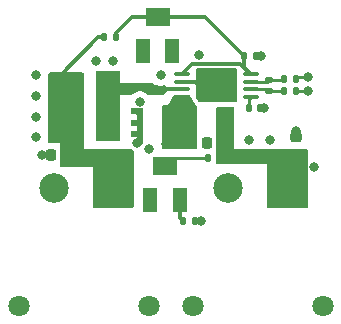
<source format=gbr>
%TF.GenerationSoftware,KiCad,Pcbnew,8.0.6*%
%TF.CreationDate,2024-12-04T14:06:11-08:00*%
%TF.ProjectId,micromppt,6d696372-6f6d-4707-9074-2e6b69636164,rev?*%
%TF.SameCoordinates,Original*%
%TF.FileFunction,Copper,L1,Top*%
%TF.FilePolarity,Positive*%
%FSLAX46Y46*%
G04 Gerber Fmt 4.6, Leading zero omitted, Abs format (unit mm)*
G04 Created by KiCad (PCBNEW 8.0.6) date 2024-12-04 14:06:11*
%MOMM*%
%LPD*%
G01*
G04 APERTURE LIST*
G04 Aperture macros list*
%AMRoundRect*
0 Rectangle with rounded corners*
0 $1 Rounding radius*
0 $2 $3 $4 $5 $6 $7 $8 $9 X,Y pos of 4 corners*
0 Add a 4 corners polygon primitive as box body*
4,1,4,$2,$3,$4,$5,$6,$7,$8,$9,$2,$3,0*
0 Add four circle primitives for the rounded corners*
1,1,$1+$1,$2,$3*
1,1,$1+$1,$4,$5*
1,1,$1+$1,$6,$7*
1,1,$1+$1,$8,$9*
0 Add four rect primitives between the rounded corners*
20,1,$1+$1,$2,$3,$4,$5,0*
20,1,$1+$1,$4,$5,$6,$7,0*
20,1,$1+$1,$6,$7,$8,$9,0*
20,1,$1+$1,$8,$9,$2,$3,0*%
G04 Aperture macros list end*
%TA.AperFunction,SMDPad,CuDef*%
%ADD10R,1.100000X0.600000*%
%TD*%
%TA.AperFunction,SMDPad,CuDef*%
%ADD11RoundRect,0.225000X0.225000X0.250000X-0.225000X0.250000X-0.225000X-0.250000X0.225000X-0.250000X0*%
%TD*%
%TA.AperFunction,SMDPad,CuDef*%
%ADD12RoundRect,0.135000X0.135000X0.185000X-0.135000X0.185000X-0.135000X-0.185000X0.135000X-0.185000X0*%
%TD*%
%TA.AperFunction,ComponentPad*%
%ADD13C,2.500000*%
%TD*%
%TA.AperFunction,ComponentPad*%
%ADD14C,1.800000*%
%TD*%
%TA.AperFunction,SMDPad,CuDef*%
%ADD15RoundRect,0.135000X-0.135000X-0.185000X0.135000X-0.185000X0.135000X0.185000X-0.135000X0.185000X0*%
%TD*%
%TA.AperFunction,SMDPad,CuDef*%
%ADD16R,1.300000X2.000000*%
%TD*%
%TA.AperFunction,SMDPad,CuDef*%
%ADD17R,2.000000X1.600000*%
%TD*%
%TA.AperFunction,SMDPad,CuDef*%
%ADD18RoundRect,0.140000X-0.140000X-0.170000X0.140000X-0.170000X0.140000X0.170000X-0.140000X0.170000X0*%
%TD*%
%TA.AperFunction,SMDPad,CuDef*%
%ADD19O,1.450000X0.350000*%
%TD*%
%TA.AperFunction,SMDPad,CuDef*%
%ADD20RoundRect,0.140000X-0.170000X0.140000X-0.170000X-0.140000X0.170000X-0.140000X0.170000X0.140000X0*%
%TD*%
%TA.AperFunction,SMDPad,CuDef*%
%ADD21R,1.550000X5.600000*%
%TD*%
%TA.AperFunction,SMDPad,CuDef*%
%ADD22RoundRect,0.225000X-0.225000X-0.250000X0.225000X-0.250000X0.225000X0.250000X-0.225000X0.250000X0*%
%TD*%
%TA.AperFunction,SMDPad,CuDef*%
%ADD23RoundRect,0.250000X-0.312500X-0.625000X0.312500X-0.625000X0.312500X0.625000X-0.312500X0.625000X0*%
%TD*%
%TA.AperFunction,SMDPad,CuDef*%
%ADD24RoundRect,0.225000X0.250000X-0.225000X0.250000X0.225000X-0.250000X0.225000X-0.250000X-0.225000X0*%
%TD*%
%TA.AperFunction,ViaPad*%
%ADD25C,0.800000*%
%TD*%
%TA.AperFunction,Conductor*%
%ADD26C,0.304800*%
%TD*%
%TA.AperFunction,Conductor*%
%ADD27C,0.250000*%
%TD*%
%TA.AperFunction,Conductor*%
%ADD28C,0.508000*%
%TD*%
G04 APERTURE END LIST*
D10*
%TO.P,U5,1*%
%TO.N,gnd*%
X76550000Y-48300000D03*
%TO.P,U5,2*%
X76550000Y-49250000D03*
%TO.P,U5,3*%
X76550000Y-50200000D03*
%TO.P,U5,4*%
%TO.N,vout*%
X79250000Y-50200000D03*
%TO.P,U5,5*%
X79250000Y-49250000D03*
%TO.P,U5,6*%
X79250000Y-48300000D03*
%TD*%
D11*
%TO.P,C1,1*%
%TO.N,vcc-1*%
X70750000Y-52000000D03*
%TO.P,C1,2*%
%TO.N,gnd*%
X69200000Y-52000000D03*
%TD*%
D12*
%TO.P,R1,1*%
%TO.N,vcc-2*%
X83510000Y-52250000D03*
%TO.P,R1,2*%
%TO.N,p2*%
X82490000Y-52250000D03*
%TD*%
D13*
%TO.P,J2,1*%
%TO.N,gnd*%
X84250000Y-54750000D03*
%TO.P,J2,2*%
%TO.N,vcc-2*%
X89250000Y-54750000D03*
D14*
%TO.P,J2,3*%
%TO.N,N/C*%
X92250000Y-64750000D03*
%TO.P,J2,4*%
X81250000Y-64750000D03*
%TD*%
D15*
%TO.P,R2,1*%
%TO.N,p3*%
X80390000Y-57600000D03*
%TO.P,R2,2*%
%TO.N,gnd*%
X81410000Y-57600000D03*
%TD*%
D13*
%TO.P,J1,1*%
%TO.N,gnd*%
X69500000Y-54750000D03*
%TO.P,J1,2*%
%TO.N,vcc-1*%
X74500000Y-54750000D03*
D14*
%TO.P,J1,3*%
%TO.N,N/C*%
X77500000Y-64750000D03*
%TO.P,J1,4*%
X66500000Y-64750000D03*
%TD*%
D16*
%TO.P,U3,1*%
%TO.N,VR4-p1*%
X77000000Y-43200000D03*
D17*
%TO.P,U3,2*%
%TO.N,mpp_minus_set*%
X78250000Y-40300000D03*
D16*
%TO.P,U3,3*%
%TO.N,gnd*%
X79500000Y-43200000D03*
%TD*%
D18*
%TO.P,C4,1*%
%TO.N,mpp_minus_set*%
X85600000Y-43600000D03*
%TO.P,C4,2*%
%TO.N,gnd*%
X86560000Y-43600000D03*
%TD*%
D19*
%TO.P,U1,1*%
%TO.N,mpp_minus_set*%
X80282500Y-45120000D03*
%TO.P,U1,2*%
%TO.N,gnd*%
X80282500Y-45780000D03*
%TO.P,U1,3*%
%TO.N,lx*%
X80282500Y-46430000D03*
%TO.P,U1,4*%
%TO.N,vout*%
X80282500Y-47080000D03*
%TO.P,U1,5*%
%TO.N,vctrl*%
X86142500Y-47080000D03*
%TO.P,U1,6*%
%TO.N,ictrl_minus*%
X86142500Y-46430000D03*
%TO.P,U1,7*%
%TO.N,ictrl_plus*%
X86142500Y-45780000D03*
%TO.P,U1,8*%
%TO.N,mpp_minus_set*%
X86142500Y-45120000D03*
%TD*%
D20*
%TO.P,C6,1*%
%TO.N,ictrl_plus*%
X87712500Y-45620000D03*
%TO.P,C6,2*%
%TO.N,ictrl_minus*%
X87712500Y-46580000D03*
%TD*%
D15*
%TO.P,R4,1*%
%TO.N,ictrl_plus*%
X88952500Y-45540000D03*
%TO.P,R4,2*%
%TO.N,vout*%
X89972500Y-45540000D03*
%TD*%
%TO.P,R5,1*%
%TO.N,ictrl_minus*%
X88962500Y-46540000D03*
%TO.P,R5,2*%
%TO.N,vcc-2*%
X89982500Y-46540000D03*
%TD*%
D18*
%TO.P,C5,1*%
%TO.N,vctrl*%
X86000000Y-48000000D03*
%TO.P,C5,2*%
%TO.N,gnd*%
X86960000Y-48000000D03*
%TD*%
D21*
%TO.P,U4,1*%
%TO.N,vcc-1*%
X69980000Y-47750000D03*
%TO.P,U4,2*%
%TO.N,lx*%
X74020000Y-47750000D03*
%TD*%
D22*
%TO.P,C2,1*%
%TO.N,vout*%
X80850000Y-51000000D03*
%TO.P,C2,2*%
%TO.N,gnd*%
X82400000Y-51000000D03*
%TD*%
D23*
%TO.P,R6,1*%
%TO.N,vout*%
X81000000Y-49100000D03*
%TO.P,R6,2*%
%TO.N,vcc-2*%
X83925000Y-49100000D03*
%TD*%
D16*
%TO.P,U2,1*%
%TO.N,VR2-p1*%
X77650000Y-55800000D03*
D17*
%TO.P,U2,2*%
%TO.N,p2*%
X78900000Y-52900000D03*
D16*
%TO.P,U2,3*%
%TO.N,p3*%
X80150000Y-55800000D03*
%TD*%
D24*
%TO.P,C3,1*%
%TO.N,vcc-2*%
X90000000Y-52050000D03*
%TO.P,C3,2*%
%TO.N,gnd*%
X90000000Y-50500000D03*
%TD*%
D15*
%TO.P,R3,1*%
%TO.N,vcc-1*%
X73740000Y-42000000D03*
%TO.P,R3,2*%
%TO.N,mpp_minus_set*%
X74760000Y-42000000D03*
%TD*%
D25*
%TO.N,gnd*%
X77500000Y-51500000D03*
X76750000Y-47500000D03*
X81750000Y-43500000D03*
X87750000Y-50750000D03*
X86000000Y-50750000D03*
X68000000Y-45250000D03*
X68000000Y-47000000D03*
X68000000Y-48750000D03*
X68000000Y-50500000D03*
X73027028Y-44000000D03*
X78500000Y-45250000D03*
X74500000Y-44000000D03*
X76550000Y-51000000D03*
X81900000Y-57600000D03*
X87300000Y-48000000D03*
X87000000Y-43600000D03*
X90000000Y-49975000D03*
X81900000Y-46300000D03*
X68500000Y-52000000D03*
X79500000Y-43200000D03*
X82462653Y-51062653D03*
%TO.N,vout*%
X91000000Y-45400000D03*
X79000000Y-51100000D03*
%TO.N,vcc-2*%
X91500000Y-53000000D03*
X91000000Y-46600000D03*
%TD*%
D26*
%TO.N,vcc-1*%
X73740000Y-42000000D02*
X73250000Y-42000000D01*
X73250000Y-42000000D02*
X69980000Y-45270000D01*
X69980000Y-45270000D02*
X69980000Y-47750000D01*
D27*
%TO.N,ictrl_minus*%
X87712500Y-46580000D02*
X88922500Y-46580000D01*
X88922500Y-46580000D02*
X88962500Y-46540000D01*
X87562500Y-46430000D02*
X87712500Y-46580000D01*
X86142500Y-46430000D02*
X87562500Y-46430000D01*
D26*
%TO.N,mpp_minus_set*%
X85600000Y-43600000D02*
X82300000Y-40300000D01*
X85600000Y-44577500D02*
X85600000Y-43600000D01*
X76100000Y-40300000D02*
X74760000Y-41640000D01*
X81152500Y-44250000D02*
X80282500Y-45120000D01*
X82300000Y-40300000D02*
X78250000Y-40300000D01*
X85272500Y-44250000D02*
X81152500Y-44250000D01*
X86142500Y-45120000D02*
X85272500Y-44250000D01*
X74760000Y-41640000D02*
X74760000Y-42000000D01*
X86142500Y-45120000D02*
X85600000Y-44577500D01*
X78250000Y-40300000D02*
X76100000Y-40300000D01*
D27*
%TO.N,ictrl_plus*%
X87552500Y-45780000D02*
X87712500Y-45620000D01*
X88872500Y-45620000D02*
X88952500Y-45540000D01*
X86142500Y-45780000D02*
X87552500Y-45780000D01*
X87712500Y-45620000D02*
X88872500Y-45620000D01*
D26*
%TO.N,lx*%
X80282500Y-46430000D02*
X74020000Y-46430000D01*
X74020000Y-46430000D02*
X74020000Y-47750000D01*
D27*
%TO.N,vctrl*%
X86000000Y-48000000D02*
X86000000Y-47222500D01*
X86000000Y-47222500D02*
X86142500Y-47080000D01*
D28*
%TO.N,gnd*%
X76800000Y-48550000D02*
X76550000Y-48300000D01*
X76800000Y-51000000D02*
X76800000Y-48550000D01*
D26*
X81900000Y-46300000D02*
X81380000Y-45780000D01*
X81380000Y-45780000D02*
X80282500Y-45780000D01*
D27*
%TO.N,vout*%
X90112500Y-45400000D02*
X89972500Y-45540000D01*
X91000000Y-45400000D02*
X90112500Y-45400000D01*
D26*
%TO.N,p2*%
X79300000Y-52500000D02*
X78900000Y-52900000D01*
D27*
X82490000Y-52250000D02*
X79550000Y-52250000D01*
X79550000Y-52250000D02*
X78900000Y-52900000D01*
D26*
%TO.N,p3*%
X80150000Y-55800000D02*
X80150000Y-57360000D01*
X80150000Y-57360000D02*
X80390000Y-57600000D01*
D27*
%TO.N,vcc-2*%
X83950000Y-52050000D02*
X83600000Y-52400000D01*
X90000000Y-52050000D02*
X90550000Y-52050000D01*
X90050000Y-52050000D02*
X83950000Y-52050000D01*
X91000000Y-46600000D02*
X90042500Y-46600000D01*
D28*
X89250000Y-54750000D02*
X89250000Y-54525000D01*
D27*
X90042500Y-46600000D02*
X89982500Y-46540000D01*
%TD*%
%TA.AperFunction,Conductor*%
%TO.N,vcc-1*%
G36*
X71943039Y-45019685D02*
G01*
X71988794Y-45072489D01*
X72000000Y-45124000D01*
X72000000Y-51500000D01*
X76010991Y-51500000D01*
X76078030Y-51519685D01*
X76093213Y-51531180D01*
X76149148Y-51580734D01*
X76183627Y-51598830D01*
X76233837Y-51647411D01*
X76250000Y-51708625D01*
X76250000Y-56326000D01*
X76230315Y-56393039D01*
X76177511Y-56438794D01*
X76126000Y-56450000D01*
X72874000Y-56450000D01*
X72806961Y-56430315D01*
X72761206Y-56377511D01*
X72750000Y-56326000D01*
X72750000Y-53000000D01*
X70124000Y-53000000D01*
X70056961Y-52980315D01*
X70011206Y-52927511D01*
X70000000Y-52876000D01*
X70000000Y-51000000D01*
X69124000Y-51000000D01*
X69056961Y-50980315D01*
X69011206Y-50927511D01*
X69000000Y-50876000D01*
X69000000Y-45124000D01*
X69019685Y-45056961D01*
X69072489Y-45011206D01*
X69124000Y-45000000D01*
X71876000Y-45000000D01*
X71943039Y-45019685D01*
G37*
%TD.AperFunction*%
%TD*%
%TA.AperFunction,Conductor*%
%TO.N,gnd*%
G36*
X84943039Y-44672585D02*
G01*
X84988794Y-44725389D01*
X85000000Y-44776900D01*
X85000000Y-47376000D01*
X84980315Y-47443039D01*
X84927511Y-47488794D01*
X84876000Y-47500000D01*
X81748874Y-47500000D01*
X81681835Y-47480315D01*
X81640015Y-47435378D01*
X81515141Y-47206442D01*
X81500000Y-47147064D01*
X81500000Y-44776900D01*
X81519685Y-44709861D01*
X81572489Y-44664106D01*
X81624000Y-44652900D01*
X84876000Y-44652900D01*
X84943039Y-44672585D01*
G37*
%TD.AperFunction*%
%TD*%
%TA.AperFunction,Conductor*%
%TO.N,vcc-2*%
G36*
X84691285Y-47970436D02*
G01*
X84737711Y-48022651D01*
X84749583Y-48076010D01*
X84749529Y-48092425D01*
X84742500Y-50220000D01*
X84750000Y-51500000D01*
X90876000Y-51500000D01*
X90943039Y-51519685D01*
X90988794Y-51572489D01*
X91000000Y-51624000D01*
X91000000Y-56376000D01*
X90980315Y-56443039D01*
X90927511Y-56488794D01*
X90876000Y-56500000D01*
X87624000Y-56500000D01*
X87556961Y-56480315D01*
X87511206Y-56427511D01*
X87500000Y-56376000D01*
X87500000Y-52749999D01*
X83309575Y-52769422D01*
X83242445Y-52750048D01*
X83196446Y-52697457D01*
X83185000Y-52645423D01*
X83185000Y-48092425D01*
X83204685Y-48025386D01*
X83257489Y-47979631D01*
X83307412Y-47968435D01*
X84623999Y-47951610D01*
X84691285Y-47970436D01*
G37*
%TD.AperFunction*%
%TD*%
%TA.AperFunction,Conductor*%
%TO.N,vout*%
G36*
X80903326Y-46905723D02*
G01*
X80964850Y-46907186D01*
X81022714Y-46946347D01*
X81035957Y-46965922D01*
X81558545Y-47924000D01*
X81584859Y-47972241D01*
X81600000Y-48031619D01*
X81600000Y-51376000D01*
X81580315Y-51443039D01*
X81527511Y-51488794D01*
X81476000Y-51500000D01*
X78724000Y-51500000D01*
X78656961Y-51480315D01*
X78611206Y-51427511D01*
X78600000Y-51376000D01*
X78600000Y-47924000D01*
X78619685Y-47856961D01*
X78672489Y-47811206D01*
X78724000Y-47800000D01*
X79100000Y-47800000D01*
X79277504Y-47480491D01*
X79561512Y-46969280D01*
X79611276Y-46920237D01*
X79669907Y-46905500D01*
X80895099Y-46905500D01*
X80895101Y-46905500D01*
X80895102Y-46905499D01*
X80903157Y-46904439D01*
X80903326Y-46905723D01*
G37*
%TD.AperFunction*%
%TD*%
%TA.AperFunction,Conductor*%
%TO.N,lx*%
G36*
X74403632Y-44900500D02*
G01*
X74405354Y-44900500D01*
X74596368Y-44900500D01*
X74605901Y-44900000D01*
X74976000Y-44900000D01*
X75043039Y-44919685D01*
X75088794Y-44972489D01*
X75100000Y-45024000D01*
X75100000Y-45900000D01*
X77822336Y-45900000D01*
X77889375Y-45919685D01*
X77895221Y-45923682D01*
X78047265Y-46034148D01*
X78047270Y-46034151D01*
X78220192Y-46111142D01*
X78220197Y-46111144D01*
X78405354Y-46150500D01*
X78405355Y-46150500D01*
X78594644Y-46150500D01*
X78594646Y-46150500D01*
X78779803Y-46111144D01*
X78792826Y-46105345D01*
X78862072Y-46096059D01*
X78925349Y-46125685D01*
X78930943Y-46130943D01*
X79063681Y-46263681D01*
X79097166Y-46325004D01*
X79100000Y-46351362D01*
X79100000Y-46538000D01*
X79080315Y-46605039D01*
X79050400Y-46637200D01*
X78797186Y-46827111D01*
X78733067Y-46875200D01*
X78667625Y-46899676D01*
X78658667Y-46900000D01*
X77476708Y-46900000D01*
X77409669Y-46880315D01*
X77384558Y-46858972D01*
X77355870Y-46827111D01*
X77355864Y-46827106D01*
X77202734Y-46715851D01*
X77202729Y-46715848D01*
X77029807Y-46638857D01*
X77029802Y-46638855D01*
X76870705Y-46605039D01*
X76844646Y-46599500D01*
X76655354Y-46599500D01*
X76629295Y-46605039D01*
X76470197Y-46638855D01*
X76470192Y-46638857D01*
X76297270Y-46715848D01*
X76297265Y-46715851D01*
X76144135Y-46827106D01*
X76144129Y-46827111D01*
X76115442Y-46858972D01*
X76055955Y-46895621D01*
X76023292Y-46900000D01*
X75100000Y-46900000D01*
X75100000Y-50676000D01*
X75080315Y-50743039D01*
X75027511Y-50788794D01*
X74976000Y-50800000D01*
X73124000Y-50800000D01*
X73056961Y-50780315D01*
X73011206Y-50727511D01*
X73000000Y-50676000D01*
X73000000Y-45024500D01*
X73019685Y-44957461D01*
X73072489Y-44911706D01*
X73115334Y-44902385D01*
X73115208Y-44901180D01*
X73119964Y-44900680D01*
X73132929Y-44900000D01*
X74394099Y-44900000D01*
X74403632Y-44900500D01*
G37*
%TD.AperFunction*%
%TD*%
M02*

</source>
